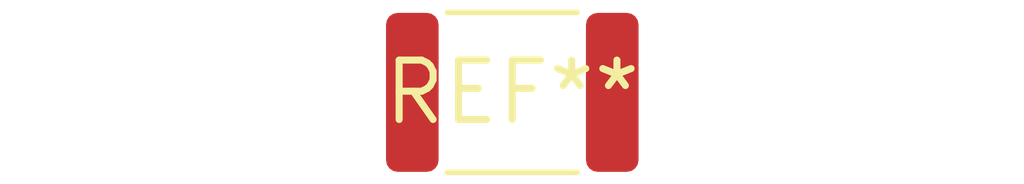
<source format=kicad_pcb>
(kicad_pcb (version 20240108) (generator pcbnew)
  (layers (0 "F.Cu" signal) (31 "B.Cu" signal) (34 "B.Paste" user) (35 "F.Paste" user) (36 "B.SilkS" user "B.Silkscreen") (37 "F.SilkS" user "F.Silkscreen") (38 "B.Mask" user) (39 "F.Mask" user) (44 "Edge.Cuts" user))
  (net 0 "")
  (footprint "Fuse_1812_4532Metric" (layer "F.Cu") (at 0 0)
    (property "Reference" "REF**")
    (property "Value" "Fuse_1812_4532Metric")
    (fp_line (start -1.386252 -1.71) (end 1.386252 -1.71) (layer "F.SilkS") (stroke (width 0.12)))
    (fp_line (start -1.386252 1.71) (end 1.386252 1.71) (layer "F.SilkS") (stroke (width 0.12)))
    (pad "1" smd roundrect (at -2.1375 0) (size 1.125 3.4) (layers "F.Cu" "F.Paste" "F.Mask") (roundrect_rratio 0.222222))
    (pad "2" smd roundrect (at 2.1375 0) (size 1.125 3.4) (layers "F.Cu" "F.Paste" "F.Mask") (roundrect_rratio 0.222222))
  )
)
</source>
